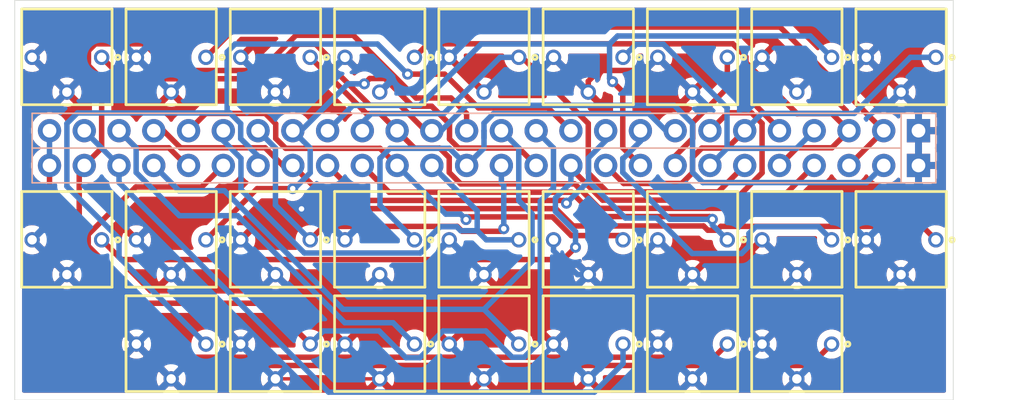
<source format=kicad_pcb>
(kicad_pcb (version 20171130) (host pcbnew "(5.1.8)-1")
  (layers (0 F.Cu signal) (31 B.Cu signal) (34 B.Paste user) (35 F.Paste user) (36 B.SilkS user) (37 F.SilkS user) (38 B.Mask user) (39 F.Mask user) (44 Edge.Cuts user))
  (net 0 "")
  (net 1 "Net-(J1-Pad1)")
  (net 2 "Net-(J1-Pad2)")
  (net 3 "Net-(J1-Pad3)")
  (net 4 "Net-(J1-Pad4)")
  (net 5 "Net-(J1-Pad5)")
  (net 6 "Net-(J1-Pad6)")
  (net 7 "Net-(J1-Pad7)")
  (net 8 "Net-(J1-Pad8)")
  (net 9 "Net-(J1-Pad9)")
  (net 10 "Net-(J1-Pad10)")
  (net 11 "Net-(J1-Pad11)")
  (net 12 "Net-(J1-Pad12)")
  (net 13 "Net-(J1-Pad13)")
  (net 14 "Net-(J1-Pad14)")
  (net 15 "Net-(J1-Pad15)")
  (net 16 "Net-(J1-Pad16)")
  (net 17 "Net-(J1-Pad17)")
  (net 18 "Net-(J1-Pad18)")
  (net 19 "Net-(J1-Pad19)")
  (net 20 "Net-(J1-Pad20)")
  (net 21 "Net-(J1-Pad21)")
  (net 22 "Net-(J1-Pad22)")
  (net 23 "Net-(J1-Pad23)")
  (net 24 "Net-(J1-Pad24)")
  (net 25 "Net-(J1-Pad25)")
  (net 26 "Net-(J3-Pad1)")
  (module Connector_PinSocket_2.54mm:PinSocket_1x25_P2.54mm_Vertical (layer B.Cu) (at 185.42 45.72 90)
    (fp_text reference J1)
    (fp_text value Conn_01x25_Male)
    (pad 1 thru_hole circle (at 0 0 90) (size 1.7 1.7) (drill 1) (layers *.Cu *.Mask) (net 1 "Net-(J1-Pad1)"))
    (pad 2 thru_hole oval (at 0 -2.54 90) (size 1.7 1.7) (drill 1) (layers *.Cu *.Mask) (net 2 "Net-(J1-Pad2)"))
    (pad 3 thru_hole oval (at 0 -5.08 90) (size 1.7 1.7) (drill 1) (layers *.Cu *.Mask) (net 3 "Net-(J1-Pad3)"))
    (pad 4 thru_hole oval (at 0 -7.62 90) (size 1.7 1.7) (drill 1) (layers *.Cu *.Mask) (net 4 "Net-(J1-Pad4)"))
    (pad 5 thru_hole oval (at 0 -10.16 90) (size 1.7 1.7) (drill 1) (layers *.Cu *.Mask) (net 5 "Net-(J1-Pad5)"))
    (pad 6 thru_hole oval (at 0 -12.7 90) (size 1.7 1.7) (drill 1) (layers *.Cu *.Mask) (net 6 "Net-(J1-Pad6)"))
    (pad 7 thru_hole oval (at 0 -15.24 90) (size 1.7 1.7) (drill 1) (layers *.Cu *.Mask) (net 7 "Net-(J1-Pad7)"))
    (pad 8 thru_hole oval (at 0 -17.78 90) (size 1.7 1.7) (drill 1) (layers *.Cu *.Mask) (net 8 "Net-(J1-Pad8)"))
    (pad 9 thru_hole oval (at 0 -20.32 90) (size 1.7 1.7) (drill 1) (layers *.Cu *.Mask) (net 9 "Net-(J1-Pad9)"))
    (pad 10 thru_hole oval (at 0 -22.86 90) (size 1.7 1.7) (drill 1) (layers *.Cu *.Mask) (net 10 "Net-(J1-Pad10)"))
    (pad 11 thru_hole oval (at 0 -25.4 90) (size 1.7 1.7) (drill 1) (layers *.Cu *.Mask) (net 11 "Net-(J1-Pad11)"))
    (pad 12 thru_hole oval (at 0 -27.94 90) (size 1.7 1.7) (drill 1) (layers *.Cu *.Mask) (net 12 "Net-(J1-Pad12)"))
    (pad 13 thru_hole oval (at 0 -30.48 90) (size 1.7 1.7) (drill 1) (layers *.Cu *.Mask) (net 13 "Net-(J1-Pad13)"))
    (pad 14 thru_hole oval (at 0 -33.02 90) (size 1.7 1.7) (drill 1) (layers *.Cu *.Mask) (net 14 "Net-(J1-Pad14)"))
    (pad 15 thru_hole oval (at 0 -35.56 90) (size 1.7 1.7) (drill 1) (layers *.Cu *.Mask) (net 15 "Net-(J1-Pad15)"))
    (pad 16 thru_hole oval (at 0 -38.1 90) (size 1.7 1.7) (drill 1) (layers *.Cu *.Mask) (net 16 "Net-(J1-Pad16)"))
    (pad 17 thru_hole oval (at 0 -40.64 90) (size 1.7 1.7) (drill 1) (layers *.Cu *.Mask) (net 17 "Net-(J1-Pad17)"))
    (pad 18 thru_hole oval (at 0 -43.18 90) (size 1.7 1.7) (drill 1) (layers *.Cu *.Mask) (net 18 "Net-(J1-Pad18)"))
    (pad 19 thru_hole oval (at 0 -45.72 90) (size 1.7 1.7) (drill 1) (layers *.Cu *.Mask) (net 19 "Net-(J1-Pad19)"))
    (pad 20 thru_hole oval (at 0 -48.26 90) (size 1.7 1.7) (drill 1) (layers *.Cu *.Mask) (net 20 "Net-(J1-Pad20)"))
    (pad 21 thru_hole oval (at 0 -50.8 90) (size 1.7 1.7) (drill 1) (layers *.Cu *.Mask) (net 21 "Net-(J1-Pad21)"))
    (pad 22 thru_hole oval (at 0 -53.34 90) (size 1.7 1.7) (drill 1) (layers *.Cu *.Mask) (net 22 "Net-(J1-Pad22)"))
    (pad 23 thru_hole oval (at 0 -55.88 90) (size 1.7 1.7) (drill 1) (layers *.Cu *.Mask) (net 23 "Net-(J1-Pad23)"))
    (pad 24 thru_hole oval (at 0 -58.42 90) (size 1.7 1.7) (drill 1) (layers *.Cu *.Mask) (net 24 "Net-(J1-Pad24)"))
    (pad 25 thru_hole oval (at 0 -60.96 90) (size 1.7 1.7) (drill 1) (layers *.Cu *.Mask) (net 25 "Net-(J1-Pad25)"))
  )
  (module Connector_PinSocket_2.54mm:PinSocket_1x25_P2.54mm_Vertical (layer B.Cu) (at 185.42 43.18 90)
    (fp_text reference J2)
    (fp_text value Conn_01x25_Female)
    (pad 25 thru_hole oval (at 0 -60.96 90) (size 1.7 1.7) (drill 1) (layers *.Cu *.Mask) (net 25 "Net-(J1-Pad25)"))
    (pad 24 thru_hole oval (at 0 -58.42 90) (size 1.7 1.7) (drill 1) (layers *.Cu *.Mask) (net 23 "Net-(J1-Pad23)"))
    (pad 23 thru_hole oval (at 0 -55.88 90) (size 1.7 1.7) (drill 1) (layers *.Cu *.Mask) (net 21 "Net-(J1-Pad21)"))
    (pad 22 thru_hole oval (at 0 -53.34 90) (size 1.7 1.7) (drill 1) (layers *.Cu *.Mask) (net 18 "Net-(J1-Pad18)"))
    (pad 21 thru_hole oval (at 0 -50.8 90) (size 1.7 1.7) (drill 1) (layers *.Cu *.Mask) (net 15 "Net-(J1-Pad15)"))
    (pad 20 thru_hole oval (at 0 -48.26 90) (size 1.7 1.7) (drill 1) (layers *.Cu *.Mask) (net 14 "Net-(J1-Pad14)"))
    (pad 19 thru_hole oval (at 0 -45.72 90) (size 1.7 1.7) (drill 1) (layers *.Cu *.Mask) (net 12 "Net-(J1-Pad12)"))
    (pad 18 thru_hole oval (at 0 -43.18 90) (size 1.7 1.7) (drill 1) (layers *.Cu *.Mask) (net 11 "Net-(J1-Pad11)"))
    (pad 17 thru_hole oval (at 0 -40.64 90) (size 1.7 1.7) (drill 1) (layers *.Cu *.Mask) (net 8 "Net-(J1-Pad8)"))
    (pad 16 thru_hole oval (at 0 -38.1 90) (size 1.7 1.7) (drill 1) (layers *.Cu *.Mask) (net 5 "Net-(J1-Pad5)"))
    (pad 15 thru_hole oval (at 0 -35.56 90) (size 1.7 1.7) (drill 1) (layers *.Cu *.Mask) (net 3 "Net-(J1-Pad3)"))
    (pad 14 thru_hole oval (at 0 -33.02 90) (size 1.7 1.7) (drill 1) (layers *.Cu *.Mask) (net 1 "Net-(J1-Pad1)"))
    (pad 13 thru_hole oval (at 0 -30.48 90) (size 1.7 1.7) (drill 1) (layers *.Cu *.Mask) (net 24 "Net-(J1-Pad24)"))
    (pad 12 thru_hole oval (at 0 -27.94 90) (size 1.7 1.7) (drill 1) (layers *.Cu *.Mask) (net 22 "Net-(J1-Pad22)"))
    (pad 11 thru_hole oval (at 0 -25.4 90) (size 1.7 1.7) (drill 1) (layers *.Cu *.Mask) (net 20 "Net-(J1-Pad20)"))
    (pad 10 thru_hole oval (at 0 -22.86 90) (size 1.7 1.7) (drill 1) (layers *.Cu *.Mask) (net 19 "Net-(J1-Pad19)"))
    (pad 9 thru_hole oval (at 0 -20.32 90) (size 1.7 1.7) (drill 1) (layers *.Cu *.Mask) (net 17 "Net-(J1-Pad17)"))
    (pad 8 thru_hole oval (at 0 -17.78 90) (size 1.7 1.7) (drill 1) (layers *.Cu *.Mask) (net 16 "Net-(J1-Pad16)"))
    (pad 7 thru_hole oval (at 0 -15.24 90) (size 1.7 1.7) (drill 1) (layers *.Cu *.Mask) (net 13 "Net-(J1-Pad13)"))
    (pad 6 thru_hole oval (at 0 -12.7 90) (size 1.7 1.7) (drill 1) (layers *.Cu *.Mask) (net 10 "Net-(J1-Pad10)"))
    (pad 5 thru_hole oval (at 0 -10.16 90) (size 1.7 1.7) (drill 1) (layers *.Cu *.Mask) (net 9 "Net-(J1-Pad9)"))
    (pad 4 thru_hole oval (at 0 -7.62 90) (size 1.7 1.7) (drill 1) (layers *.Cu *.Mask) (net 7 "Net-(J1-Pad7)"))
    (pad 3 thru_hole oval (at 0 -5.08 90) (size 1.7 1.7) (drill 1) (layers *.Cu *.Mask) (net 6 "Net-(J1-Pad6)"))
    (pad 2 thru_hole oval (at 0 -2.54 90) (size 1.7 1.7) (drill 1) (layers *.Cu *.Mask) (net 4 "Net-(J1-Pad4)"))
    (pad 1 thru_hole circle (at 0 0 90) (size 1.7 1.7) (drill 1) (layers *.Cu *.Mask) (net 2 "Net-(J1-Pad2)"))
  )
  (module Connector_PinSocket_2.54mm:PinSocket_1x02_P2.54mm_Vertical (layer B.Cu) (at 187.96 43.18 180)
    (fp_text reference J3)
    (fp_text value Conn_01x02_Female)
    (pad 1 thru_hole rect (at 0 0 180) (size 1.7 1.7) (drill 1) (layers *.Cu *.Mask) (net 26 "Net-(J3-Pad1)"))
    (pad 2 thru_hole rect (at 0 -2.54 180) (size 1.7 1.7) (drill 1) (layers *.Cu *.Mask) (net 26 "Net-(J3-Pad1)"))
  )
  (module SamacSys_Parts:3362P_1 (layer F.Cu) (at 186.69 47.625 180)
    (fp_text reference R18)
    (fp_text value 3362P-1-203LF hide)
    (pad 1 thru_hole circle (at -2.54 -3.53 180) (size 1.12 1.12) (drill 0.69) (layers *.Cu *.Mask) (net 18 "Net-(J1-Pad18)"))
    (pad 2 thru_hole circle (at 0 -6.07 180) (size 1.12 1.12) (drill 0.69) (layers *.Cu *.Mask) (net 26 "Net-(J3-Pad1)"))
    (pad 3 thru_hole circle (at 2.54 -3.53 180) (size 1.12 1.12) (drill 0.69) (layers *.Cu *.Mask) (net 26 "Net-(J3-Pad1)"))
  )
  (module SamacSys_Parts:3362P_1 (layer F.Cu) (at 125.73 34.29 180)
    (fp_text reference R1)
    (fp_text value 3362P-1-203LF hide)
    (pad 1 thru_hole circle (at -2.54 -3.53 180) (size 1.12 1.12) (drill 0.69) (layers *.Cu *.Mask) (net 1 "Net-(J1-Pad1)"))
    (pad 2 thru_hole circle (at 0 -6.07 180) (size 1.12 1.12) (drill 0.69) (layers *.Cu *.Mask) (net 26 "Net-(J3-Pad1)"))
    (pad 3 thru_hole circle (at 2.54 -3.53 180) (size 1.12 1.12) (drill 0.69) (layers *.Cu *.Mask) (net 26 "Net-(J3-Pad1)"))
  )
  (module SamacSys_Parts:3362P_1 (layer F.Cu) (at 133.35 34.29 180)
    (fp_text reference R2)
    (fp_text value 3362P-1-203LF hide)
    (pad 1 thru_hole circle (at -2.54 -3.53 180) (size 1.12 1.12) (drill 0.69) (layers *.Cu *.Mask) (net 2 "Net-(J1-Pad2)"))
    (pad 2 thru_hole circle (at 0 -6.07 180) (size 1.12 1.12) (drill 0.69) (layers *.Cu *.Mask) (net 26 "Net-(J3-Pad1)"))
    (pad 3 thru_hole circle (at 2.54 -3.53 180) (size 1.12 1.12) (drill 0.69) (layers *.Cu *.Mask) (net 26 "Net-(J3-Pad1)"))
  )
  (module SamacSys_Parts:3362P_1 (layer F.Cu) (at 140.97 34.29 180)
    (fp_text reference R3)
    (fp_text value 3362P-1-203LF hide)
    (pad 3 thru_hole circle (at 2.54 -3.53 180) (size 1.12 1.12) (drill 0.69) (layers *.Cu *.Mask) (net 26 "Net-(J3-Pad1)"))
    (pad 2 thru_hole circle (at 0 -6.07 180) (size 1.12 1.12) (drill 0.69) (layers *.Cu *.Mask) (net 26 "Net-(J3-Pad1)"))
    (pad 1 thru_hole circle (at -2.54 -3.53 180) (size 1.12 1.12) (drill 0.69) (layers *.Cu *.Mask) (net 3 "Net-(J1-Pad3)"))
  )
  (module SamacSys_Parts:3362P_1 (layer F.Cu) (at 148.59 34.29 180)
    (fp_text reference R4)
    (fp_text value 3362P-1-203LF hide)
    (pad 1 thru_hole circle (at -2.54 -3.53 180) (size 1.12 1.12) (drill 0.69) (layers *.Cu *.Mask) (net 4 "Net-(J1-Pad4)"))
    (pad 2 thru_hole circle (at 0 -6.07 180) (size 1.12 1.12) (drill 0.69) (layers *.Cu *.Mask) (net 26 "Net-(J3-Pad1)"))
    (pad 3 thru_hole circle (at 2.54 -3.53 180) (size 1.12 1.12) (drill 0.69) (layers *.Cu *.Mask) (net 26 "Net-(J3-Pad1)"))
  )
  (module SamacSys_Parts:3362P_1 (layer F.Cu) (at 156.21 34.29 180)
    (fp_text reference R5)
    (fp_text value 3362P-1-203LF hide)
    (pad 3 thru_hole circle (at 2.54 -3.53 180) (size 1.12 1.12) (drill 0.69) (layers *.Cu *.Mask) (net 26 "Net-(J3-Pad1)"))
    (pad 2 thru_hole circle (at 0 -6.07 180) (size 1.12 1.12) (drill 0.69) (layers *.Cu *.Mask) (net 26 "Net-(J3-Pad1)"))
    (pad 1 thru_hole circle (at -2.54 -3.53 180) (size 1.12 1.12) (drill 0.69) (layers *.Cu *.Mask) (net 5 "Net-(J1-Pad5)"))
  )
  (module SamacSys_Parts:3362P_1 (layer F.Cu) (at 163.83 34.29 180)
    (fp_text reference R6)
    (fp_text value 3362P-1-203LF hide)
    (pad 1 thru_hole circle (at -2.54 -3.53 180) (size 1.12 1.12) (drill 0.69) (layers *.Cu *.Mask) (net 6 "Net-(J1-Pad6)"))
    (pad 2 thru_hole circle (at 0 -6.07 180) (size 1.12 1.12) (drill 0.69) (layers *.Cu *.Mask) (net 26 "Net-(J3-Pad1)"))
    (pad 3 thru_hole circle (at 2.54 -3.53 180) (size 1.12 1.12) (drill 0.69) (layers *.Cu *.Mask) (net 26 "Net-(J3-Pad1)"))
  )
  (module SamacSys_Parts:3362P_1 (layer F.Cu) (at 171.45 34.29 180)
    (fp_text reference R7)
    (fp_text value 3362P-1-203LF hide)
    (pad 3 thru_hole circle (at 2.54 -3.53 180) (size 1.12 1.12) (drill 0.69) (layers *.Cu *.Mask) (net 26 "Net-(J3-Pad1)"))
    (pad 2 thru_hole circle (at 0 -6.07 180) (size 1.12 1.12) (drill 0.69) (layers *.Cu *.Mask) (net 26 "Net-(J3-Pad1)"))
    (pad 1 thru_hole circle (at -2.54 -3.53 180) (size 1.12 1.12) (drill 0.69) (layers *.Cu *.Mask) (net 7 "Net-(J1-Pad7)"))
  )
  (module SamacSys_Parts:3362P_1 (layer F.Cu) (at 179.07 34.29 180)
    (fp_text reference R8)
    (fp_text value 3362P-1-203LF hide)
    (pad 1 thru_hole circle (at -2.54 -3.53 180) (size 1.12 1.12) (drill 0.69) (layers *.Cu *.Mask) (net 8 "Net-(J1-Pad8)"))
    (pad 2 thru_hole circle (at 0 -6.07 180) (size 1.12 1.12) (drill 0.69) (layers *.Cu *.Mask) (net 26 "Net-(J3-Pad1)"))
    (pad 3 thru_hole circle (at 2.54 -3.53 180) (size 1.12 1.12) (drill 0.69) (layers *.Cu *.Mask) (net 26 "Net-(J3-Pad1)"))
  )
  (module SamacSys_Parts:3362P_1 (layer F.Cu) (at 186.69 34.29 180)
    (fp_text reference R9)
    (fp_text value 3362P-1-203LF hide)
    (pad 3 thru_hole circle (at 2.54 -3.53 180) (size 1.12 1.12) (drill 0.69) (layers *.Cu *.Mask) (net 26 "Net-(J3-Pad1)"))
    (pad 2 thru_hole circle (at 0 -6.07 180) (size 1.12 1.12) (drill 0.69) (layers *.Cu *.Mask) (net 26 "Net-(J3-Pad1)"))
    (pad 1 thru_hole circle (at -2.54 -3.53 180) (size 1.12 1.12) (drill 0.69) (layers *.Cu *.Mask) (net 9 "Net-(J1-Pad9)"))
  )
  (module SamacSys_Parts:3362P_1 (layer F.Cu) (at 125.73 47.625 180)
    (fp_text reference R10)
    (fp_text value 3362P-1-203LF hide)
    (pad 1 thru_hole circle (at -2.54 -3.53 180) (size 1.12 1.12) (drill 0.69) (layers *.Cu *.Mask) (net 10 "Net-(J1-Pad10)"))
    (pad 2 thru_hole circle (at 0 -6.07 180) (size 1.12 1.12) (drill 0.69) (layers *.Cu *.Mask) (net 26 "Net-(J3-Pad1)"))
    (pad 3 thru_hole circle (at 2.54 -3.53 180) (size 1.12 1.12) (drill 0.69) (layers *.Cu *.Mask) (net 26 "Net-(J3-Pad1)"))
  )
  (module SamacSys_Parts:3362P_1 (layer F.Cu) (at 133.35 47.625 180)
    (fp_text reference R11)
    (fp_text value 3362P-1-203LF hide)
    (pad 3 thru_hole circle (at 2.54 -3.53 180) (size 1.12 1.12) (drill 0.69) (layers *.Cu *.Mask) (net 26 "Net-(J3-Pad1)"))
    (pad 2 thru_hole circle (at 0 -6.07 180) (size 1.12 1.12) (drill 0.69) (layers *.Cu *.Mask) (net 26 "Net-(J3-Pad1)"))
    (pad 1 thru_hole circle (at -2.54 -3.53 180) (size 1.12 1.12) (drill 0.69) (layers *.Cu *.Mask) (net 11 "Net-(J1-Pad11)"))
  )
  (module SamacSys_Parts:3362P_1 (layer F.Cu) (at 140.97 47.625 180)
    (fp_text reference R12)
    (fp_text value 3362P-1-203LF hide)
    (pad 1 thru_hole circle (at -2.54 -3.53 180) (size 1.12 1.12) (drill 0.69) (layers *.Cu *.Mask) (net 12 "Net-(J1-Pad12)"))
    (pad 2 thru_hole circle (at 0 -6.07 180) (size 1.12 1.12) (drill 0.69) (layers *.Cu *.Mask) (net 26 "Net-(J3-Pad1)"))
    (pad 3 thru_hole circle (at 2.54 -3.53 180) (size 1.12 1.12) (drill 0.69) (layers *.Cu *.Mask) (net 26 "Net-(J3-Pad1)"))
  )
  (module SamacSys_Parts:3362P_1 (layer F.Cu) (at 148.59 47.625 180)
    (fp_text reference R13)
    (fp_text value 3362P-1-203LF hide)
    (pad 3 thru_hole circle (at 2.54 -3.53 180) (size 1.12 1.12) (drill 0.69) (layers *.Cu *.Mask) (net 26 "Net-(J3-Pad1)"))
    (pad 2 thru_hole circle (at 0 -6.07 180) (size 1.12 1.12) (drill 0.69) (layers *.Cu *.Mask) (net 26 "Net-(J3-Pad1)"))
    (pad 1 thru_hole circle (at -2.54 -3.53 180) (size 1.12 1.12) (drill 0.69) (layers *.Cu *.Mask) (net 13 "Net-(J1-Pad13)"))
  )
  (module SamacSys_Parts:3362P_1 (layer F.Cu) (at 156.21 47.625 180)
    (fp_text reference R14)
    (fp_text value 3362P-1-203LF hide)
    (pad 1 thru_hole circle (at -2.54 -3.53 180) (size 1.12 1.12) (drill 0.69) (layers *.Cu *.Mask) (net 14 "Net-(J1-Pad14)"))
    (pad 2 thru_hole circle (at 0 -6.07 180) (size 1.12 1.12) (drill 0.69) (layers *.Cu *.Mask) (net 26 "Net-(J3-Pad1)"))
    (pad 3 thru_hole circle (at 2.54 -3.53 180) (size 1.12 1.12) (drill 0.69) (layers *.Cu *.Mask) (net 26 "Net-(J3-Pad1)"))
  )
  (module SamacSys_Parts:3362P_1 (layer F.Cu) (at 163.83 47.625 180)
    (fp_text reference R15)
    (fp_text value 3362P-1-203LF hide)
    (pad 3 thru_hole circle (at 2.54 -3.53 180) (size 1.12 1.12) (drill 0.69) (layers *.Cu *.Mask) (net 26 "Net-(J3-Pad1)"))
    (pad 2 thru_hole circle (at 0 -6.07 180) (size 1.12 1.12) (drill 0.69) (layers *.Cu *.Mask) (net 26 "Net-(J3-Pad1)"))
    (pad 1 thru_hole circle (at -2.54 -3.53 180) (size 1.12 1.12) (drill 0.69) (layers *.Cu *.Mask) (net 15 "Net-(J1-Pad15)"))
  )
  (module SamacSys_Parts:3362P_1 (layer F.Cu) (at 171.45 47.625 180)
    (fp_text reference R16)
    (fp_text value 3362P-1-203LF hide)
    (pad 1 thru_hole circle (at -2.54 -3.53 180) (size 1.12 1.12) (drill 0.69) (layers *.Cu *.Mask) (net 16 "Net-(J1-Pad16)"))
    (pad 2 thru_hole circle (at 0 -6.07 180) (size 1.12 1.12) (drill 0.69) (layers *.Cu *.Mask) (net 26 "Net-(J3-Pad1)"))
    (pad 3 thru_hole circle (at 2.54 -3.53 180) (size 1.12 1.12) (drill 0.69) (layers *.Cu *.Mask) (net 26 "Net-(J3-Pad1)"))
  )
  (module SamacSys_Parts:3362P_1 (layer F.Cu) (at 179.07 47.625 180)
    (fp_text reference R17)
    (fp_text value 3362P-1-203LF hide)
    (pad 3 thru_hole circle (at 2.54 -3.53 180) (size 1.12 1.12) (drill 0.69) (layers *.Cu *.Mask) (net 26 "Net-(J3-Pad1)"))
    (pad 2 thru_hole circle (at 0 -6.07 180) (size 1.12 1.12) (drill 0.69) (layers *.Cu *.Mask) (net 26 "Net-(J3-Pad1)"))
    (pad 1 thru_hole circle (at -2.54 -3.53 180) (size 1.12 1.12) (drill 0.69) (layers *.Cu *.Mask) (net 17 "Net-(J1-Pad17)"))
  )
  (module SamacSys_Parts:3362P_1 (layer F.Cu) (at 133.35 55.245 180)
    (fp_text reference R19)
    (fp_text value 3362P-1-203LF hide)
    (pad 3 thru_hole circle (at 2.54 -3.53 180) (size 1.12 1.12) (drill 0.69) (layers *.Cu *.Mask) (net 26 "Net-(J3-Pad1)"))
    (pad 2 thru_hole circle (at 0 -6.07 180) (size 1.12 1.12) (drill 0.69) (layers *.Cu *.Mask) (net 26 "Net-(J3-Pad1)"))
    (pad 1 thru_hole circle (at -2.54 -3.53 180) (size 1.12 1.12) (drill 0.69) (layers *.Cu *.Mask) (net 19 "Net-(J1-Pad19)"))
  )
  (module SamacSys_Parts:3362P_1 (layer F.Cu) (at 140.97 55.245 180)
    (fp_text reference R20)
    (fp_text value 3362P-1-203LF hide)
    (pad 1 thru_hole circle (at -2.54 -3.53 180) (size 1.12 1.12) (drill 0.69) (layers *.Cu *.Mask) (net 20 "Net-(J1-Pad20)"))
    (pad 2 thru_hole circle (at 0 -6.07 180) (size 1.12 1.12) (drill 0.69) (layers *.Cu *.Mask) (net 26 "Net-(J3-Pad1)"))
    (pad 3 thru_hole circle (at 2.54 -3.53 180) (size 1.12 1.12) (drill 0.69) (layers *.Cu *.Mask) (net 26 "Net-(J3-Pad1)"))
  )
  (module SamacSys_Parts:3362P_1 (layer F.Cu) (at 148.59 55.245 180)
    (fp_text reference R21)
    (fp_text value 3362P-1-203LF hide)
    (pad 3 thru_hole circle (at 2.54 -3.53 180) (size 1.12 1.12) (drill 0.69) (layers *.Cu *.Mask) (net 26 "Net-(J3-Pad1)"))
    (pad 2 thru_hole circle (at 0 -6.07 180) (size 1.12 1.12) (drill 0.69) (layers *.Cu *.Mask) (net 26 "Net-(J3-Pad1)"))
    (pad 1 thru_hole circle (at -2.54 -3.53 180) (size 1.12 1.12) (drill 0.69) (layers *.Cu *.Mask) (net 21 "Net-(J1-Pad21)"))
  )
  (module SamacSys_Parts:3362P_1 (layer F.Cu) (at 156.21 55.245 180)
    (fp_text reference R22)
    (fp_text value 3362P-1-203LF hide)
    (pad 1 thru_hole circle (at -2.54 -3.53 180) (size 1.12 1.12) (drill 0.69) (layers *.Cu *.Mask) (net 22 "Net-(J1-Pad22)"))
    (pad 2 thru_hole circle (at 0 -6.07 180) (size 1.12 1.12) (drill 0.69) (layers *.Cu *.Mask) (net 26 "Net-(J3-Pad1)"))
    (pad 3 thru_hole circle (at 2.54 -3.53 180) (size 1.12 1.12) (drill 0.69) (layers *.Cu *.Mask) (net 26 "Net-(J3-Pad1)"))
  )
  (module SamacSys_Parts:3362P_1 (layer F.Cu) (at 163.83 55.245 180)
    (fp_text reference R23)
    (fp_text value 3362P-1-203LF hide)
    (pad 3 thru_hole circle (at 2.54 -3.53 180) (size 1.12 1.12) (drill 0.69) (layers *.Cu *.Mask) (net 26 "Net-(J3-Pad1)"))
    (pad 2 thru_hole circle (at 0 -6.07 180) (size 1.12 1.12) (drill 0.69) (layers *.Cu *.Mask) (net 26 "Net-(J3-Pad1)"))
    (pad 1 thru_hole circle (at -2.54 -3.53 180) (size 1.12 1.12) (drill 0.69) (layers *.Cu *.Mask) (net 23 "Net-(J1-Pad23)"))
  )
  (module SamacSys_Parts:3362P_1 (layer F.Cu) (at 171.45 55.245 180)
    (fp_text reference R24)
    (fp_text value 3362P-1-203LF hide)
    (pad 1 thru_hole circle (at -2.54 -3.53 180) (size 1.12 1.12) (drill 0.69) (layers *.Cu *.Mask) (net 24 "Net-(J1-Pad24)"))
    (pad 2 thru_hole circle (at 0 -6.07 180) (size 1.12 1.12) (drill 0.69) (layers *.Cu *.Mask) (net 26 "Net-(J3-Pad1)"))
    (pad 3 thru_hole circle (at 2.54 -3.53 180) (size 1.12 1.12) (drill 0.69) (layers *.Cu *.Mask) (net 26 "Net-(J3-Pad1)"))
  )
  (module SamacSys_Parts:3362P_1 (layer F.Cu) (at 179.07 55.245 180)
    (fp_text reference R25)
    (fp_text value 3362P-1-203LF hide)
    (pad 3 thru_hole circle (at 2.54 -3.53 180) (size 1.12 1.12) (drill 0.69) (layers *.Cu *.Mask) (net 26 "Net-(J3-Pad1)"))
    (pad 2 thru_hole circle (at 0 -6.07 180) (size 1.12 1.12) (drill 0.69) (layers *.Cu *.Mask) (net 26 "Net-(J3-Pad1)"))
    (pad 1 thru_hole circle (at -2.54 -3.53 180) (size 1.12 1.12) (drill 0.69) (layers *.Cu *.Mask) (net 25 "Net-(J1-Pad25)"))
  )
  (gr_line (start 121.92 33.655) (end 121.92 62.865) (layer Edge.Cuts) (width 0.05))
  (gr_line (start 190.5 33.655) (end 121.92 33.655) (layer Edge.Cuts) (width 0.05))
  (gr_line (start 190.5 62.865) (end 190.5 33.655) (layer Edge.Cuts) (width 0.05))
  (gr_line (start 121.92 62.865) (end 190.5 62.865) (layer Edge.Cuts) (width 0.05))
  (gr_line (start 186.69 41.91) (end 186.69 46.99) (layer B.SilkS) (width 0.12))
  (gr_line (start 123.19 44.45) (end 186.69 44.45) (layer B.SilkS) (width 0.12))
  (gr_line (start 189.23 41.91) (end 123.19 41.91) (layer B.SilkS) (width 0.12))
  (gr_line (start 189.23 46.99) (end 189.23 41.91) (layer B.SilkS) (width 0.12))
  (gr_line (start 123.19 46.99) (end 189.23 46.99) (layer B.SilkS) (width 0.12))
  (gr_line (start 123.19 41.91) (end 123.19 46.99) (layer B.SilkS) (width 0.12))
  (segment (start 143.914 36.8592) (end 142.6681 36.8592) (width 0.4) (layer F.Cu) (net 1))
  (segment (start 142.6681 36.8592) (end 140.1425 39.3848) (width 0.4) (layer F.Cu) (net 1))
  (segment (start 140.1425 39.3848) (end 129.8348 39.3848) (width 0.4) (layer F.Cu) (net 1))
  (segment (start 129.8348 39.3848) (end 128.27 37.82) (width 0.4) (layer F.Cu) (net 1))
  (segment (start 151.931358 43.18) (end 152.4 43.18) (width 0.4) (layer F.Cu) (net 1))
  (segment (start 147.858543 41.320001) (end 150.071359 41.320001) (width 0.4) (layer F.Cu) (net 1))
  (segment (start 144.78 38.241458) (end 147.858543 41.320001) (width 0.4) (layer F.Cu) (net 1))
  (segment (start 144.78 37.725999) (end 144.78 38.241458) (width 0.4) (layer F.Cu) (net 1))
  (segment (start 143.914 36.859999) (end 144.78 37.725999) (width 0.4) (layer F.Cu) (net 1))
  (segment (start 150.071359 41.320001) (end 151.931358 43.18) (width 0.4) (layer F.Cu) (net 1))
  (segment (start 143.914 36.8592) (end 143.914 36.859999) (width 0.4) (layer F.Cu) (net 1))
  (segment (start 184.1696 46.9704) (end 185.42 45.72) (width 0.4) (layer B.Cu) (net 1))
  (segment (start 172.2016 46.9704) (end 184.1696 46.9704) (width 0.4) (layer B.Cu) (net 1))
  (segment (start 170.1098 41.3285) (end 171.45 42.6687) (width 0.4) (layer B.Cu) (net 1))
  (segment (start 171.45 46.2188) (end 172.2016 46.9704) (width 0.4) (layer B.Cu) (net 1))
  (segment (start 171.45 42.6687) (end 171.45 46.2188) (width 0.4) (layer B.Cu) (net 1))
  (segment (start 154.941498 41.3285) (end 170.1098 41.3285) (width 0.4) (layer B.Cu) (net 1))
  (segment (start 153.089998 43.18) (end 154.941498 41.3285) (width 0.4) (layer B.Cu) (net 1))
  (segment (start 152.4 43.18) (end 153.089998 43.18) (width 0.4) (layer B.Cu) (net 1))
  (segment (start 185.387 43.147) (end 185.42 43.18) (width 0.4) (layer F.Cu) (net 2))
  (segment (start 177.8479 35.6079) (end 185.42 43.18) (width 0.4) (layer F.Cu) (net 2))
  (segment (start 138.1021 35.6079) (end 177.8479 35.6079) (width 0.4) (layer F.Cu) (net 2))
  (segment (start 135.89 37.82) (end 138.1021 35.6079) (width 0.4) (layer F.Cu) (net 2))
  (segment (start 182.88 45.72) (end 185.42 43.18) (width 0.4) (layer F.Cu) (net 2))
  (segment (start 143.51 37.8697) (end 143.51 37.82) (width 0.4) (layer F.Cu) (net 3))
  (segment (start 177.2056 48.8544) (end 180.34 45.72) (width 0.4) (layer F.Cu) (net 3))
  (segment (start 162.841 47.0672) (end 164.6282 48.8544) (width 0.4) (layer F.Cu) (net 3))
  (segment (start 154.504 47.0672) (end 162.841 47.0672) (width 0.4) (layer F.Cu) (net 3))
  (segment (start 164.6282 48.8544) (end 177.2056 48.8544) (width 0.4) (layer F.Cu) (net 3))
  (segment (start 153.67 46.2332) (end 154.504 47.0672) (width 0.4) (layer F.Cu) (net 3))
  (segment (start 152.9695 44.45) (end 153.67 45.1505) (width 0.4) (layer F.Cu) (net 3))
  (segment (start 153.67 45.1505) (end 153.67 46.2332) (width 0.4) (layer F.Cu) (net 3))
  (segment (start 151.13 44.45) (end 152.9695 44.45) (width 0.4) (layer F.Cu) (net 3))
  (segment (start 149.86 43.18) (end 151.13 44.45) (width 0.4) (layer F.Cu) (net 3))
  (segment (start 147.619999 41.929999) (end 143.51 37.82) (width 0.4) (layer F.Cu) (net 3))
  (segment (start 148.609999 41.929999) (end 147.619999 41.929999) (width 0.4) (layer F.Cu) (net 3))
  (segment (start 149.86 43.18) (end 148.609999 41.929999) (width 0.4) (layer F.Cu) (net 3))
  (segment (start 151.13 37.82) (end 152.1193 36.8307) (width 0.4) (layer F.Cu) (net 4))
  (segment (start 152.1193 36.8307) (end 174.3955 36.8307) (width 0.4) (layer F.Cu) (net 4))
  (segment (start 174.3955 36.8307) (end 175.3497 37.7849) (width 0.4) (layer F.Cu) (net 4))
  (segment (start 175.3497 37.7849) (end 175.3497 38.1967) (width 0.4) (layer F.Cu) (net 4))
  (segment (start 175.3497 38.1967) (end 179.0896 41.9366) (width 0.4) (layer F.Cu) (net 4))
  (segment (start 181.629999 41.929999) (end 182.88 43.18) (width 0.4) (layer F.Cu) (net 4))
  (segment (start 179.096201 41.929999) (end 181.629999 41.929999) (width 0.4) (layer F.Cu) (net 4))
  (segment (start 179.0896 41.9366) (end 179.096201 41.929999) (width 0.4) (layer F.Cu) (net 4))
  (segment (start 181.629999 44.430001) (end 182.88 43.18) (width 0.4) (layer F.Cu) (net 4))
  (segment (start 179.089999 44.430001) (end 181.629999 44.430001) (width 0.4) (layer F.Cu) (net 4))
  (segment (start 177.8 45.72) (end 179.089999 44.430001) (width 0.4) (layer F.Cu) (net 4))
  (segment (start 173.3263 47.6537) (end 175.26 45.72) (width 0.4) (layer F.Cu) (net 5))
  (segment (start 165.2111 47.6537) (end 173.3263 47.6537) (width 0.4) (layer F.Cu) (net 5))
  (segment (start 163.83 46.2726) (end 165.2111 47.6537) (width 0.4) (layer F.Cu) (net 5))
  (segment (start 163.83 42.6543) (end 163.83 46.2726) (width 0.4) (layer F.Cu) (net 5))
  (segment (start 158.9957 37.82) (end 163.83 42.6543) (width 0.4) (layer F.Cu) (net 5))
  (segment (start 158.75 37.82) (end 158.9957 37.82) (width 0.4) (layer F.Cu) (net 5))
  (segment (start 147.32 42.5828) (end 147.32 43.18) (width 0.4) (layer B.Cu) (net 5))
  (segment (start 147.9739 41.9289) (end 147.32 42.5828) (width 0.4) (layer B.Cu) (net 5))
  (segment (start 153.2759 41.9289) (end 147.9739 41.9289) (width 0.4) (layer B.Cu) (net 5))
  (segment (start 157.3848 37.82) (end 153.2759 41.9289) (width 0.4) (layer B.Cu) (net 5))
  (segment (start 158.75 37.82) (end 157.3848 37.82) (width 0.4) (layer B.Cu) (net 5))
  (segment (start 166.37 37.82) (end 167.3304 36.8596) (width 0.4) (layer B.Cu) (net 6))
  (segment (start 167.3304 36.8596) (end 169.3235 36.8596) (width 0.4) (layer B.Cu) (net 6))
  (segment (start 169.3235 36.8596) (end 173.99 41.5261) (width 0.4) (layer B.Cu) (net 6))
  (segment (start 179.050001 44.469999) (end 180.34 43.18) (width 0.4) (layer B.Cu) (net 6))
  (segment (start 173.970001 44.469999) (end 179.050001 44.469999) (width 0.4) (layer B.Cu) (net 6))
  (segment (start 172.72 45.72) (end 173.970001 44.469999) (width 0.4) (layer B.Cu) (net 6))
  (segment (start 173.970001 41.546099) (end 173.99 41.5261) (width 0.4) (layer B.Cu) (net 6))
  (segment (start 173.970001 44.469999) (end 173.970001 41.546099) (width 0.4) (layer B.Cu) (net 6))
  (segment (start 170.18 45.545658) (end 170.18 45.72) (width 0.4) (layer F.Cu) (net 7))
  (segment (start 170.18 45.030002) (end 171.469999 43.740003) (width 0.4) (layer F.Cu) (net 7))
  (segment (start 170.18 45.72) (end 170.18 45.030002) (width 0.4) (layer F.Cu) (net 7))
  (segment (start 174.124458 37.82) (end 173.99 37.82) (width 0.4) (layer F.Cu) (net 7))
  (segment (start 171.469999 42.579999) (end 171.469999 43.740003) (width 0.4) (layer F.Cu) (net 7))
  (segment (start 173.99 40.059998) (end 171.469999 42.579999) (width 0.4) (layer F.Cu) (net 7))
  (segment (start 173.99 37.82) (end 173.99 40.059998) (width 0.4) (layer F.Cu) (net 7))
  (segment (start 177.8 43.072558) (end 177.8 43.18) (width 0.4) (layer F.Cu) (net 7))
  (segment (start 174.78744 40.059998) (end 177.8 43.072558) (width 0.4) (layer F.Cu) (net 7))
  (segment (start 173.99 40.059998) (end 174.78744 40.059998) (width 0.4) (layer F.Cu) (net 7))
  (segment (start 165.3845 36.8434) (end 165.3845 39.3745) (width 0.4) (layer B.Cu) (net 8))
  (segment (start 165.3845 39.3745) (end 165.6066 39.5966) (width 0.4) (layer B.Cu) (net 8))
  (segment (start 181.61 37.82) (end 180.0493 36.2593) (width 0.4) (layer B.Cu) (net 8))
  (segment (start 180.0493 36.2593) (end 165.9686 36.2593) (width 0.4) (layer B.Cu) (net 8))
  (segment (start 165.9686 36.2593) (end 165.3845 36.8434) (width 0.4) (layer B.Cu) (net 8))
  (segment (start 165.6066 39.5966) (end 166.3504 40.3404) (width 0.4) (layer F.Cu) (net 8))
  (via (at 165.6066 39.5966) (size 0.8) (layers F.Cu B.Cu) (net 8))
  (segment (start 146.6315 41.3285) (end 144.78 43.18) (width 0.4) (layer B.Cu) (net 8))
  (segment (start 151.5197 41.3285) (end 146.6315 41.3285) (width 0.4) (layer B.Cu) (net 8))
  (segment (start 156.0048 36.8434) (end 151.5197 41.3285) (width 0.4) (layer B.Cu) (net 8))
  (segment (start 165.3845 36.8434) (end 156.0048 36.8434) (width 0.4) (layer B.Cu) (net 8))
  (segment (start 166.3504 44.4304) (end 167.64 45.72) (width 0.4) (layer F.Cu) (net 8))
  (segment (start 166.3504 40.3404) (end 166.3504 44.4304) (width 0.4) (layer F.Cu) (net 8))
  (segment (start 173.99 44.45) (end 175.26 43.18) (width 0.4) (layer F.Cu) (net 9))
  (segment (start 172.1242 44.45) (end 173.99 44.45) (width 0.4) (layer F.Cu) (net 9))
  (segment (start 171.45 45.1242) (end 172.1242 44.45) (width 0.4) (layer F.Cu) (net 9))
  (segment (start 171.45 46.2481) (end 171.45 45.1242) (width 0.4) (layer F.Cu) (net 9))
  (segment (start 170.6611 47.037) (end 171.45 46.2481) (width 0.4) (layer F.Cu) (net 9))
  (segment (start 166.417 47.037) (end 170.6611 47.037) (width 0.4) (layer F.Cu) (net 9))
  (segment (start 165.1 45.72) (end 166.417 47.037) (width 0.4) (layer F.Cu) (net 9))
  (segment (start 187.367 37.82) (end 189.23 37.82) (width 0.4) (layer B.Cu) (net 9))
  (segment (start 183.2699 41.9171) (end 187.367 37.82) (width 0.4) (layer B.Cu) (net 9))
  (segment (start 176.5229 41.9171) (end 183.2699 41.9171) (width 0.4) (layer B.Cu) (net 9))
  (segment (start 175.26 43.18) (end 176.5229 41.9171) (width 0.4) (layer B.Cu) (net 9))
  (segment (start 162.56 45.72) (end 162.56 46.9703) (width 0.4) (layer B.Cu) (net 10))
  (segment (start 128.27 51.155) (end 129.7135 52.5985) (width 0.4) (layer F.Cu) (net 10))
  (segment (start 129.7135 52.5985) (end 161.9972 52.5985) (width 0.4) (layer F.Cu) (net 10))
  (segment (start 161.9972 52.5985) (end 162.8969 51.6988) (width 0.4) (layer F.Cu) (net 10))
  (segment (start 162.56 46.9703) (end 161.4274 48.1029) (width 0.4) (layer B.Cu) (net 10))
  (segment (start 161.4274 48.1029) (end 161.4274 49.0858) (width 0.4) (layer B.Cu) (net 10))
  (segment (start 161.4274 49.0858) (end 162.8969 50.5553) (width 0.4) (layer B.Cu) (net 10))
  (segment (start 162.8969 50.5553) (end 162.8969 51.6988) (width 0.4) (layer B.Cu) (net 10))
  (segment (start 172.72 43.18) (end 174.0301 41.8699) (width 0.4) (layer F.Cu) (net 10))
  (segment (start 174.0301 41.8699) (end 175.7488 41.8699) (width 0.4) (layer F.Cu) (net 10))
  (segment (start 175.7488 41.8699) (end 176.53 42.6511) (width 0.4) (layer F.Cu) (net 10))
  (segment (start 176.53 42.6511) (end 176.53 46.2616) (width 0.4) (layer F.Cu) (net 10))
  (segment (start 176.53 46.2616) (end 174.5375 48.2541) (width 0.4) (layer F.Cu) (net 10))
  (segment (start 174.5375 48.2541) (end 164.8768 48.2541) (width 0.4) (layer F.Cu) (net 10))
  (segment (start 164.8768 48.2541) (end 162.56 45.9373) (width 0.4) (layer F.Cu) (net 10))
  (segment (start 162.56 45.9373) (end 162.56 45.72) (width 0.4) (layer F.Cu) (net 10))
  (via (at 162.8969 51.6988) (size 0.8) (layers F.Cu B.Cu) (net 10))
  (segment (start 135.89 51.155) (end 139.6301 47.4149) (width 0.4) (layer F.Cu) (net 11))
  (segment (start 139.6301 47.4149) (end 142.2302 47.4149) (width 0.4) (layer F.Cu) (net 11))
  (segment (start 142.8382 43.18) (end 146.2609 39.7573) (width 0.4) (layer B.Cu) (net 11))
  (segment (start 146.2609 39.7573) (end 147.4663 39.7573) (width 0.4) (layer B.Cu) (net 11))
  (segment (start 142.24 43.18) (end 142.8382 43.18) (width 0.4) (layer B.Cu) (net 11))
  (via (at 142.2302 47.4149) (size 0.8) (layers F.Cu B.Cu) (net 11))
  (via (at 147.4663 39.7573) (size 0.8) (layers F.Cu B.Cu) (net 11))
  (segment (start 153.6896 43.791) (end 154.3486 44.45) (width 0.4) (layer F.Cu) (net 11))
  (segment (start 158.75 44.45) (end 160.02 45.72) (width 0.4) (layer F.Cu) (net 11))
  (segment (start 153.6896 42.6925) (end 153.6896 43.791) (width 0.4) (layer F.Cu) (net 11))
  (segment (start 154.3486 44.45) (end 158.75 44.45) (width 0.4) (layer F.Cu) (net 11))
  (segment (start 152.3888 41.3917) (end 153.6896 42.6925) (width 0.4) (layer F.Cu) (net 11))
  (segment (start 150.9916 41.3917) (end 152.3888 41.3917) (width 0.4) (layer F.Cu) (net 11))
  (segment (start 148.9675 39.3676) (end 150.9916 41.3917) (width 0.4) (layer F.Cu) (net 11))
  (segment (start 147.856 39.3676) (end 148.9675 39.3676) (width 0.4) (layer F.Cu) (net 11))
  (segment (start 147.4663 39.7573) (end 147.856 39.3676) (width 0.4) (layer F.Cu) (net 11))
  (segment (start 143.51 44.45) (end 142.24 43.18) (width 0.4) (layer B.Cu) (net 11))
  (segment (start 143.51 46.2578) (end 143.51 44.45) (width 0.4) (layer B.Cu) (net 11))
  (segment (start 142.3529 47.4149) (end 143.51 46.2578) (width 0.4) (layer B.Cu) (net 11))
  (segment (start 142.2302 47.4149) (end 142.3529 47.4149) (width 0.4) (layer B.Cu) (net 11))
  (segment (start 143.51 51.155) (end 144.4904 50.1746) (width 0.4) (layer F.Cu) (net 12))
  (segment (start 144.4904 50.1746) (end 154.251 50.1746) (width 0.4) (layer F.Cu) (net 12))
  (segment (start 154.251 50.1746) (end 154.6086 50.5322) (width 0.4) (layer F.Cu) (net 12))
  (segment (start 154.6086 50.5322) (end 157.4654 50.5322) (width 0.4) (layer F.Cu) (net 12))
  (segment (start 157.4654 50.5322) (end 157.6539 50.3437) (width 0.4) (layer F.Cu) (net 12))
  (segment (start 157.48 46.9703) (end 157.6539 47.1442) (width 0.4) (layer B.Cu) (net 12))
  (segment (start 157.6539 47.1442) (end 157.6539 50.3437) (width 0.4) (layer B.Cu) (net 12))
  (segment (start 157.48 45.72) (end 157.48 46.9703) (width 0.4) (layer B.Cu) (net 12))
  (segment (start 143.51 51.155) (end 140.97 48.615) (width 0.4) (layer B.Cu) (net 12))
  (segment (start 140.97 48.615) (end 140.97 44.45) (width 0.4) (layer B.Cu) (net 12))
  (segment (start 140.97 44.45) (end 139.7 43.18) (width 0.4) (layer B.Cu) (net 12))
  (via (at 157.6539 50.3437) (size 0.8) (layers F.Cu B.Cu) (net 12))
  (segment (start 151.13 51.155) (end 148.6096 48.6346) (width 0.4) (layer B.Cu) (net 13))
  (segment (start 148.6096 48.6346) (end 148.6096 45.1994) (width 0.4) (layer B.Cu) (net 13))
  (segment (start 148.6096 45.1994) (end 149.3393 44.4697) (width 0.4) (layer B.Cu) (net 13))
  (segment (start 153.6897 44.4697) (end 154.94 45.72) (width 0.4) (layer B.Cu) (net 13))
  (segment (start 149.3393 44.4697) (end 153.6897 44.4697) (width 0.4) (layer B.Cu) (net 13))
  (segment (start 156.21 44.45) (end 156.21 43.18) (width 0.4) (layer B.Cu) (net 13))
  (segment (start 154.94 45.72) (end 156.21 44.45) (width 0.4) (layer B.Cu) (net 13))
  (segment (start 156.21 43.18) (end 156.21 43.7178) (width 0.4) (layer B.Cu) (net 13))
  (segment (start 169.5072 43.18) (end 170.18 43.18) (width 0.4) (layer B.Cu) (net 13))
  (segment (start 156.9056 41.9289) (end 168.2561 41.9289) (width 0.4) (layer B.Cu) (net 13))
  (segment (start 168.2561 41.9289) (end 169.5072 43.18) (width 0.4) (layer B.Cu) (net 13))
  (segment (start 156.21 42.6245) (end 156.9056 41.9289) (width 0.4) (layer B.Cu) (net 13))
  (segment (start 156.21 43.18) (end 156.21 42.6245) (width 0.4) (layer B.Cu) (net 13))
  (segment (start 155.7131 50.4891) (end 155.7131 49.0331) (width 0.4) (layer B.Cu) (net 14))
  (segment (start 155.7131 49.0331) (end 152.4 45.72) (width 0.4) (layer B.Cu) (net 14))
  (segment (start 158.75 51.155) (end 156.379 51.155) (width 0.4) (layer B.Cu) (net 14))
  (segment (start 156.379 51.155) (end 155.7131 50.4891) (width 0.4) (layer B.Cu) (net 14))
  (segment (start 155.7131 50.4891) (end 154.5122 50.4891) (width 0.4) (layer B.Cu) (net 14))
  (segment (start 151.5573 52.1185) (end 143.0843 52.1185) (width 0.4) (layer B.Cu) (net 14))
  (segment (start 143.0843 52.1185) (end 138.4496 47.4838) (width 0.4) (layer B.Cu) (net 14))
  (segment (start 138.4496 47.4838) (end 138.4496 45.2018) (width 0.4) (layer B.Cu) (net 14))
  (segment (start 137.16 43.9122) (end 137.16 43.18) (width 0.4) (layer B.Cu) (net 14))
  (segment (start 138.4496 45.2018) (end 137.16 43.9122) (width 0.4) (layer B.Cu) (net 14))
  (segment (start 152.090001 51.585799) (end 151.5573 52.1185) (width 0.4) (layer B.Cu) (net 14))
  (segment (start 152.090001 51.109999) (end 152.090001 51.585799) (width 0.4) (layer B.Cu) (net 14))
  (segment (start 153.005001 50.194999) (end 152.090001 51.109999) (width 0.4) (layer B.Cu) (net 14))
  (segment (start 154.218099 50.194999) (end 153.005001 50.194999) (width 0.4) (layer B.Cu) (net 14))
  (segment (start 154.5122 50.4891) (end 154.218099 50.194999) (width 0.4) (layer B.Cu) (net 14))
  (segment (start 154.899 49.6765) (end 155.0949 49.4806) (width 0.4) (layer F.Cu) (net 15))
  (segment (start 155.0949 49.4806) (end 161.2172 49.4806) (width 0.4) (layer F.Cu) (net 15))
  (segment (start 161.2172 49.4806) (end 162.5819 50.8453) (width 0.4) (layer F.Cu) (net 15))
  (segment (start 162.5819 50.8453) (end 166.0603 50.8453) (width 0.4) (layer F.Cu) (net 15))
  (segment (start 166.0603 50.8453) (end 166.37 51.155) (width 0.4) (layer F.Cu) (net 15))
  (segment (start 141.7175 44.4697) (end 140.9896 43.7418) (width 0.4) (layer F.Cu) (net 15))
  (segment (start 140.9896 43.7418) (end 140.9896 42.683) (width 0.4) (layer F.Cu) (net 15))
  (segment (start 140.9896 42.683) (end 140.2259 41.9193) (width 0.4) (layer F.Cu) (net 15))
  (via (at 154.899 49.6765) (size 0.8) (layers F.Cu B.Cu) (net 15))
  (segment (start 135.8807 41.9193) (end 134.62 43.18) (width 0.4) (layer F.Cu) (net 15))
  (segment (start 140.2259 41.9193) (end 135.8807 41.9193) (width 0.4) (layer F.Cu) (net 15))
  (segment (start 148.6097 44.4697) (end 149.86 45.72) (width 0.4) (layer F.Cu) (net 15))
  (segment (start 141.7175 44.4697) (end 148.6097 44.4697) (width 0.4) (layer F.Cu) (net 15))
  (segment (start 154.499001 49.276501) (end 153.416501 49.276501) (width 0.4) (layer B.Cu) (net 15))
  (segment (start 153.416501 49.276501) (end 149.86 45.72) (width 0.4) (layer B.Cu) (net 15))
  (segment (start 154.899 49.6765) (end 154.499001 49.276501) (width 0.4) (layer B.Cu) (net 15))
  (segment (start 172.8979 49.6548) (end 169.7767 49.6548) (width 0.4) (layer B.Cu) (net 16))
  (segment (start 169.7767 49.6548) (end 166.3503 46.2284) (width 0.4) (layer B.Cu) (net 16))
  (segment (start 166.3503 46.2284) (end 166.3503 45.2019) (width 0.4) (layer B.Cu) (net 16))
  (segment (start 173.99 51.155) (end 172.8979 50.0629) (width 0.4) (layer B.Cu) (net 16))
  (segment (start 172.8979 50.0629) (end 172.8979 49.6548) (width 0.4) (layer B.Cu) (net 16))
  (segment (start 147.32 45.72) (end 149.2755 47.6755) (width 0.4) (layer F.Cu) (net 16))
  (segment (start 149.2755 47.6755) (end 162.6004 47.6755) (width 0.4) (layer F.Cu) (net 16))
  (segment (start 162.6004 47.6755) (end 164.3796 49.4547) (width 0.4) (layer F.Cu) (net 16))
  (segment (start 164.3796 49.4547) (end 172.6978 49.4547) (width 0.4) (layer F.Cu) (net 16))
  (segment (start 172.6978 49.4547) (end 172.8979 49.6548) (width 0.4) (layer F.Cu) (net 16))
  (via (at 172.8979 49.6548) (size 0.8) (layers F.Cu B.Cu) (net 16))
  (segment (start 167.64 43.951899) (end 167.64 43.18) (width 0.4) (layer B.Cu) (net 16))
  (segment (start 166.389999 45.2019) (end 167.64 43.951899) (width 0.4) (layer B.Cu) (net 16))
  (segment (start 166.3503 45.2019) (end 166.389999 45.2019) (width 0.4) (layer B.Cu) (net 16))
  (segment (start 163.8496 46.8642) (end 162.2345 48.4793) (width 0.4) (layer B.Cu) (net 17))
  (segment (start 163.8496 45.1626) (end 163.8496 46.8642) (width 0.4) (layer B.Cu) (net 17))
  (segment (start 171.4269 52.1541) (end 168.8332 49.5604) (width 0.4) (layer B.Cu) (net 17))
  (segment (start 168.8332 49.5604) (end 166.5458 49.5604) (width 0.4) (layer B.Cu) (net 17))
  (segment (start 166.5458 49.5604) (end 163.8496 46.8642) (width 0.4) (layer B.Cu) (net 17))
  (via (at 162.2345 48.4793) (size 0.8) (layers F.Cu B.Cu) (net 17))
  (segment (start 147.3358 48.2758) (end 144.78 45.72) (width 0.4) (layer F.Cu) (net 17))
  (segment (start 162.031 48.2758) (end 147.3358 48.2758) (width 0.4) (layer F.Cu) (net 17))
  (segment (start 162.2345 48.4793) (end 162.031 48.2758) (width 0.4) (layer F.Cu) (net 17))
  (segment (start 165.1 43.912599) (end 165.1 43.18) (width 0.4) (layer B.Cu) (net 17))
  (segment (start 163.849999 45.1626) (end 165.1 43.912599) (width 0.4) (layer B.Cu) (net 17))
  (segment (start 163.8496 45.1626) (end 163.849999 45.1626) (width 0.4) (layer B.Cu) (net 17))
  (segment (start 180.649999 50.194999) (end 181.61 51.155) (width 0.4) (layer B.Cu) (net 17))
  (segment (start 175.569999 50.694199) (end 176.069199 50.194999) (width 0.4) (layer B.Cu) (net 17))
  (segment (start 176.069199 50.194999) (end 180.649999 50.194999) (width 0.4) (layer B.Cu) (net 17))
  (segment (start 175.569999 51.615801) (end 175.569999 50.694199) (width 0.4) (layer B.Cu) (net 17))
  (segment (start 175.0317 52.1541) (end 175.569999 51.615801) (width 0.4) (layer B.Cu) (net 17))
  (segment (start 171.4269 52.1541) (end 175.0317 52.1541) (width 0.4) (layer B.Cu) (net 17))
  (segment (start 134.0335 44.4303) (end 140.2181 44.4303) (width 0.4) (layer F.Cu) (net 18))
  (segment (start 161.4617 48.8762) (end 145.3962 48.8762) (width 0.4) (layer F.Cu) (net 18))
  (segment (start 162.7272 50.1417) (end 161.4617 48.8762) (width 0.4) (layer F.Cu) (net 18))
  (segment (start 172.2531 50.1417) (end 162.7272 50.1417) (width 0.4) (layer F.Cu) (net 18))
  (segment (start 172.5665 50.4551) (end 172.2531 50.1417) (width 0.4) (layer F.Cu) (net 18))
  (segment (start 145.3962 48.8762) (end 142.24 45.72) (width 0.4) (layer F.Cu) (net 18))
  (segment (start 173.2294 50.4551) (end 172.5665 50.4551) (width 0.4) (layer F.Cu) (net 18))
  (segment (start 173.513 50.1715) (end 173.2294 50.4551) (width 0.4) (layer F.Cu) (net 18))
  (segment (start 188.2465 50.1715) (end 173.513 50.1715) (width 0.4) (layer F.Cu) (net 18))
  (segment (start 189.23 51.155) (end 188.2465 50.1715) (width 0.4) (layer F.Cu) (net 18))
  (segment (start 141.5078 45.72) (end 142.24 45.72) (width 0.4) (layer F.Cu) (net 18))
  (segment (start 140.2181 44.4303) (end 141.5078 45.72) (width 0.4) (layer F.Cu) (net 18))
  (segment (start 132.783499 43.18) (end 132.08 43.18) (width 0.4) (layer F.Cu) (net 18))
  (segment (start 134.0335 44.430001) (end 132.783499 43.18) (width 0.4) (layer F.Cu) (net 18))
  (segment (start 134.0335 44.4303) (end 134.0335 44.430001) (width 0.4) (layer F.Cu) (net 18))
  (segment (start 137.4419 41.8826) (end 137.4419 37.4305) (width 0.4) (layer B.Cu) (net 19))
  (segment (start 137.4419 37.4305) (end 138.0254 36.847) (width 0.4) (layer B.Cu) (net 19))
  (segment (start 138.0254 36.847) (end 148.4275 36.847) (width 0.4) (layer B.Cu) (net 19))
  (segment (start 148.4275 36.847) (end 150.6285 39.048) (width 0.4) (layer B.Cu) (net 19))
  (segment (start 137.4419 41.8826) (end 137.6477 41.8826) (width 0.4) (layer B.Cu) (net 19))
  (segment (start 137.6477 41.8826) (end 138.43 42.6649) (width 0.4) (layer B.Cu) (net 19))
  (segment (start 135.89 58.775) (end 129.54 52.425) (width 0.4) (layer B.Cu) (net 19))
  (segment (start 129.54 52.425) (end 129.54 51.0566) (width 0.4) (layer B.Cu) (net 19))
  (segment (start 129.54 51.0566) (end 125.73 47.2466) (width 0.4) (layer B.Cu) (net 19))
  (segment (start 125.73 47.2466) (end 125.73 42.6545) (width 0.4) (layer B.Cu) (net 19))
  (segment (start 125.73 42.6545) (end 126.5019 41.8826) (width 0.4) (layer B.Cu) (net 19))
  (segment (start 126.5019 41.8826) (end 137.4419 41.8826) (width 0.4) (layer B.Cu) (net 19))
  (via (at 150.6285 39.048) (size 0.8) (layers F.Cu B.Cu) (net 19))
  (segment (start 139.7 45.030002) (end 139.7 45.72) (width 0.4) (layer B.Cu) (net 19))
  (segment (start 138.43 43.760002) (end 139.7 45.030002) (width 0.4) (layer B.Cu) (net 19))
  (segment (start 138.43 42.6649) (end 138.43 43.760002) (width 0.4) (layer B.Cu) (net 19))
  (segment (start 160.8943 41.5143) (end 162.56 43.18) (width 0.4) (layer F.Cu) (net 19))
  (segment (start 155.8015 41.5143) (end 160.8943 41.5143) (width 0.4) (layer F.Cu) (net 19))
  (segment (start 153.3352 39.048) (end 155.8015 41.5143) (width 0.4) (layer F.Cu) (net 19))
  (segment (start 150.6285 39.048) (end 153.3352 39.048) (width 0.4) (layer F.Cu) (net 19))
  (segment (start 127.2881 50.7698) (end 130.765 47.2929) (width 0.4) (layer F.Cu) (net 20))
  (segment (start 135.5871 47.2929) (end 137.16 45.72) (width 0.4) (layer F.Cu) (net 20))
  (segment (start 127.2881 51.6088) (end 127.2881 50.7698) (width 0.4) (layer F.Cu) (net 20))
  (segment (start 131.4692 55.7899) (end 127.2881 51.6088) (width 0.4) (layer F.Cu) (net 20))
  (segment (start 140.5249 55.7899) (end 131.4692 55.7899) (width 0.4) (layer F.Cu) (net 20))
  (segment (start 130.765 47.2929) (end 135.5871 47.2929) (width 0.4) (layer F.Cu) (net 20))
  (segment (start 143.51 58.775) (end 140.5249 55.7899) (width 0.4) (layer F.Cu) (net 20))
  (segment (start 144.4704 57.8146) (end 143.51 58.775) (width 0.4) (layer B.Cu) (net 20))
  (segment (start 161.2864 44.4464) (end 161.2864 47.3683) (width 0.4) (layer B.Cu) (net 20))
  (segment (start 161.2864 47.3683) (end 160.3224 48.3323) (width 0.4) (layer B.Cu) (net 20))
  (segment (start 160.3224 58.561) (end 159.1464 59.737) (width 0.4) (layer B.Cu) (net 20))
  (segment (start 152.4 58.8971) (end 151.533 59.7641) (width 0.4) (layer B.Cu) (net 20))
  (segment (start 159.1464 59.737) (end 158.2691 59.737) (width 0.4) (layer B.Cu) (net 20))
  (segment (start 160.3224 48.3323) (end 160.3224 58.561) (width 0.4) (layer B.Cu) (net 20))
  (segment (start 158.2691 59.737) (end 156.3466 57.8145) (width 0.4) (layer B.Cu) (net 20))
  (segment (start 148.5491 57.8146) (end 144.4704 57.8146) (width 0.4) (layer B.Cu) (net 20))
  (segment (start 160.02 43.18) (end 161.2864 44.4464) (width 0.4) (layer B.Cu) (net 20))
  (segment (start 150.4986 59.7641) (end 148.5491 57.8146) (width 0.4) (layer B.Cu) (net 20))
  (segment (start 156.3466 57.8145) (end 153.212 57.8145) (width 0.4) (layer B.Cu) (net 20))
  (segment (start 153.212 57.8145) (end 152.4 58.6265) (width 0.4) (layer B.Cu) (net 20))
  (segment (start 152.4 58.6265) (end 152.4 58.8971) (width 0.4) (layer B.Cu) (net 20))
  (segment (start 151.533 59.7641) (end 150.4986 59.7641) (width 0.4) (layer B.Cu) (net 20))
  (segment (start 151.13 58.775) (end 149.5692 57.2142) (width 0.4) (layer B.Cu) (net 21))
  (segment (start 149.5692 57.2142) (end 146.0405 57.2142) (width 0.4) (layer B.Cu) (net 21))
  (segment (start 146.0405 57.2142) (end 138.2178 49.3915) (width 0.4) (layer B.Cu) (net 21))
  (segment (start 138.2178 49.3915) (end 133.9466 49.3915) (width 0.4) (layer B.Cu) (net 21))
  (segment (start 133.9466 49.3915) (end 130.7904 46.2353) (width 0.4) (layer B.Cu) (net 21))
  (segment (start 130.7904 44.4304) (end 129.54 43.18) (width 0.4) (layer B.Cu) (net 21))
  (segment (start 130.7904 46.2353) (end 130.7904 44.4304) (width 0.4) (layer B.Cu) (net 21))
  (segment (start 134.474658 45.72) (end 134.62 45.72) (width 0.4) (layer F.Cu) (net 21))
  (segment (start 133.184659 44.430001) (end 134.474658 45.72) (width 0.4) (layer F.Cu) (net 21))
  (segment (start 130.790001 44.430001) (end 133.184659 44.430001) (width 0.4) (layer F.Cu) (net 21))
  (segment (start 129.54 43.18) (end 130.790001 44.430001) (width 0.4) (layer F.Cu) (net 21))
  (segment (start 158.75 58.775) (end 156.21 56.235) (width 0.4) (layer B.Cu) (net 22))
  (segment (start 133.9233 47.5633) (end 132.08 45.72) (width 0.4) (layer B.Cu) (net 22))
  (segment (start 137.2387 47.5633) (end 133.9233 47.5633) (width 0.4) (layer B.Cu) (net 22))
  (segment (start 145.9104 56.235) (end 137.2387 47.5633) (width 0.4) (layer B.Cu) (net 22))
  (segment (start 156.21 56.235) (end 145.9104 56.235) (width 0.4) (layer B.Cu) (net 22))
  (segment (start 158.75 44.45) (end 157.48 43.18) (width 0.4) (layer B.Cu) (net 22))
  (segment (start 158.75 48.2905) (end 158.75 44.45) (width 0.4) (layer B.Cu) (net 22))
  (segment (start 159.722 49.2625) (end 158.75 48.2905) (width 0.4) (layer B.Cu) (net 22))
  (segment (start 159.722 52.723) (end 159.722 49.2625) (width 0.4) (layer B.Cu) (net 22))
  (segment (start 156.21 56.235) (end 159.722 52.723) (width 0.4) (layer B.Cu) (net 22))
  (segment (start 166.37 58.775) (end 166.37 60.1918) (width 0.4) (layer B.Cu) (net 23))
  (segment (start 166.37 60.1918) (end 164.2772 62.2846) (width 0.4) (layer B.Cu) (net 23))
  (segment (start 164.2772 62.2846) (end 144.8543 62.2846) (width 0.4) (layer B.Cu) (net 23))
  (segment (start 129.54 46.9703) (end 129.54 45.72) (width 0.4) (layer B.Cu) (net 23))
  (segment (start 144.8543 62.2846) (end 129.54 46.9703) (width 0.4) (layer B.Cu) (net 23))
  (segment (start 129.54 45.72) (end 127 43.18) (width 0.4) (layer B.Cu) (net 23))
  (segment (start 173.99 58.775) (end 173.0297 59.7353) (width 0.4) (layer F.Cu) (net 24))
  (segment (start 173.0297 59.7353) (end 134.5615 59.7353) (width 0.4) (layer F.Cu) (net 24))
  (segment (start 134.5615 59.7353) (end 126.6315 51.8053) (width 0.4) (layer F.Cu) (net 24))
  (segment (start 126.6315 46.0885) (end 127 45.72) (width 0.4) (layer F.Cu) (net 24))
  (segment (start 126.6315 51.8053) (end 126.6315 46.0885) (width 0.4) (layer F.Cu) (net 24))
  (segment (start 128.27 44.45) (end 127 45.72) (width 0.4) (layer F.Cu) (net 24))
  (segment (start 154.94 43.18) (end 154.94 41.9297) (width 0.4) (layer F.Cu) (net 24))
  (segment (start 128.27 39.3856) (end 128.27 44.45) (width 0.4) (layer F.Cu) (net 24))
  (segment (start 153.8017 40.7914) (end 151.2402 40.7914) (width 0.4) (layer F.Cu) (net 24))
  (segment (start 151.2402 40.7914) (end 146.6571 36.2083) (width 0.4) (layer F.Cu) (net 24))
  (segment (start 146.6571 36.2083) (end 142.4699 36.2083) (width 0.4) (layer F.Cu) (net 24))
  (segment (start 154.94 41.9297) (end 153.8017 40.7914) (width 0.4) (layer F.Cu) (net 24))
  (segment (start 133.3521 38.7824) (end 131.4023 36.8326) (width 0.4) (layer F.Cu) (net 24))
  (segment (start 127.3047 37.3437) (end 127.3047 38.4203) (width 0.4) (layer F.Cu) (net 24))
  (segment (start 142.4699 36.2083) (end 139.8958 38.7824) (width 0.4) (layer F.Cu) (net 24))
  (segment (start 139.8958 38.7824) (end 133.3521 38.7824) (width 0.4) (layer F.Cu) (net 24))
  (segment (start 131.4023 36.8326) (end 127.8158 36.8326) (width 0.4) (layer F.Cu) (net 24))
  (segment (start 127.8158 36.8326) (end 127.3047 37.3437) (width 0.4) (layer F.Cu) (net 24))
  (segment (start 127.3047 38.4203) (end 128.27 39.3856) (width 0.4) (layer F.Cu) (net 24))
  (segment (start 124.46 46.9703) (end 124.46 50.4829) (width 0.4) (layer F.Cu) (net 25))
  (segment (start 124.46 50.4829) (end 134.3128 60.3357) (width 0.4) (layer F.Cu) (net 25))
  (segment (start 134.3128 60.3357) (end 180.0493 60.3357) (width 0.4) (layer F.Cu) (net 25))
  (segment (start 180.0493 60.3357) (end 181.61 58.775) (width 0.4) (layer F.Cu) (net 25))
  (segment (start 124.46 45.72) (end 124.46 46.9703) (width 0.4) (layer F.Cu) (net 25))
  (segment (start 124.46 43.18) (end 124.46 45.72) (width 0.4) (layer B.Cu) (net 25))
  (segment (start 138.43 58.775) (end 138.0284 58.775) (width 0.25) (layer B.Cu) (net 26))
  (segment (start 148.59 61.315) (end 140.97 61.315) (width 0.25) (layer F.Cu) (net 26))
  (segment (start 125.5926 40.36) (end 125.73 40.36) (width 0.25) (layer F.Cu) (net 26))
  (segment (start 123.19 37.9574) (end 123.19 37.82) (width 0.25) (layer F.Cu) (net 26))
  (segment (start 184.15 50.7053) (end 184.15 51.155) (width 0.25) (layer B.Cu) (net 26))
  (via (at 142.875 48.895) (size 0.8) (drill 0.4) (layers F.Cu B.Cu) (net 26))
  (segment (start 163.038041 53.695) (end 163.83 53.695) (width 0.4) (layer B.Cu) (net 26))
  (segment (start 161.29 51.946959) (end 163.038041 53.695) (width 0.4) (layer B.Cu) (net 26))
  (segment (start 161.29 51.155) (end 161.29 51.946959) (width 0.4) (layer B.Cu) (net 26))
  (segment (start 167.949999 38.780001) (end 168.91 37.82) (width 0.4) (layer F.Cu) (net 26))
  (segment (start 164.61804 38.780001) (end 167.949999 38.780001) (width 0.4) (layer F.Cu) (net 26))
  (segment (start 163.83 39.568041) (end 164.61804 38.780001) (width 0.4) (layer F.Cu) (net 26))
  (segment (start 163.83 40.36) (end 163.83 39.568041) (width 0.4) (layer F.Cu) (net 26))
  (zone (net 26) (net_name "Net-(J3-Pad1)") (layer B.Cu) (connect_pads (clearance 0.508)) (min_thickness 0.254) (fill yes (arc_segments 32) (thermal_gap 0.508) (thermal_bridge_width 0.508))
    (polygon (pts (xy 190.5 62.865) (xy 121.92 62.865) (xy 121.92 33.655) (xy 190.5 33.655)))
  )
  (zone (net 26) (net_name "Net-(J3-Pad1)") (layer F.Cu) (connect_pads (clearance 0.508)) (min_thickness 0.254) (fill yes (arc_segments 32) (thermal_gap 0.508) (thermal_bridge_width 0.508))
    (polygon (pts (xy 190.5 62.865) (xy 121.92 62.865) (xy 121.92 33.655) (xy 190.5 33.655)))
  )
)
</source>
